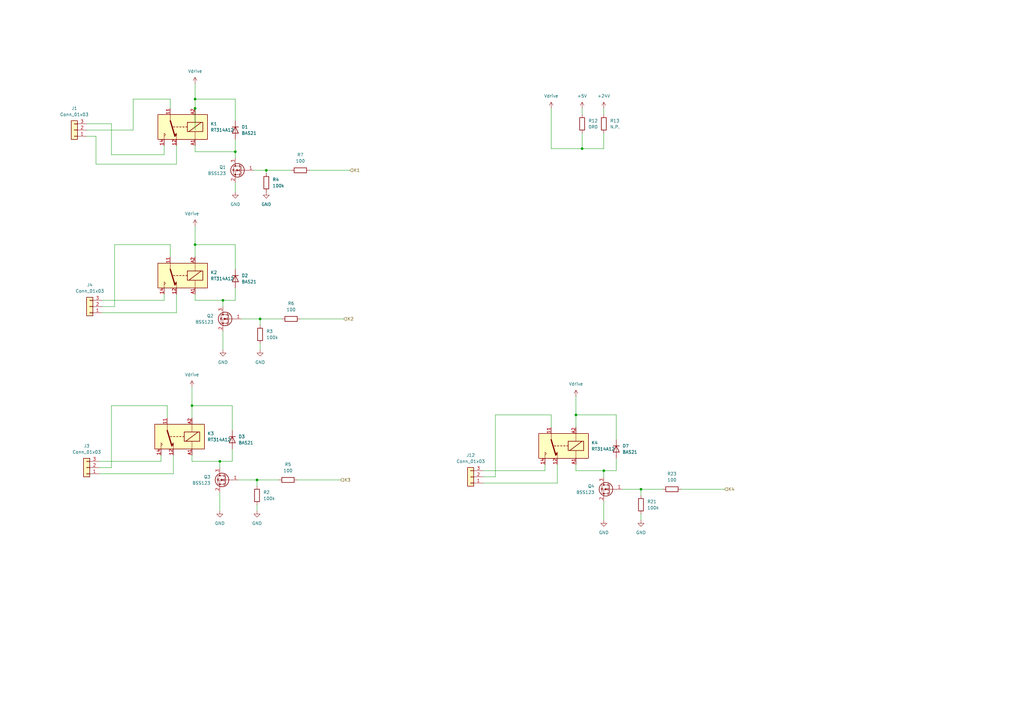
<source format=kicad_sch>
(kicad_sch (version 20230121) (generator eeschema)
  (paper "A3")
  (lib_symbols
    (symbol "Connector_Generic:Conn_01x03" (pin_names (offset 1.016) hide)
      (property "Reference" "J" (at 0 5.08 0))
      (property "Value" "Conn_01x03" (at 0 -5.08 0))
      (symbol "Conn_01x03_1_1"
        (rectangle (start -1.27 -2.413) (end 0 -2.667) (stroke (width 0.1524)))
        (rectangle (start -1.27 0.127) (end 0 -0.127) (stroke (width 0.1524)))
        (rectangle (start -1.27 2.667) (end 0 2.413) (stroke (width 0.1524)))
        (rectangle (start -1.27 3.81) (end 1.27 -3.81) (stroke (width 0.254)) (fill (type background)))
        (pin passive line (at -5.08 2.54 0) (length 3.81) (name "Pin_1") (number "1"))
        (pin passive line (at -5.08 0 0) (length 3.81) (name "Pin_2") (number "2"))
        (pin passive line (at -5.08 -2.54 0) (length 3.81) (name "Pin_3") (number "3"))
      )
    )
    (symbol "Device:R" (pin_numbers hide) (pin_names (offset 0))
      (property "Reference" "R" (at 2.032 0 90))
      (property "Value" "R" (at 0 0 90))
      (symbol "R_0_1"
        (rectangle (start -1.016 -2.54) (end 1.016 2.54) (stroke (width 0.254)))
      )
      (symbol "R_1_1"
        (pin passive line (at 0 3.81 270) (length 1.27) (name "~") (number "1"))
        (pin passive line (at 0 -3.81 90) (length 1.27) (name "~") (number "2"))
      )
    )
    (symbol "Diode:BAS21" (pin_numbers hide) (pin_names hide)
      (property "Reference" "D" (at 0 2.54 0))
      (property "Value" "BAS21" (at 0 -2.54 0))
      (symbol "BAS21_0_1"
        (polyline (pts (xy -1.27 1.27) (xy -1.27 -1.27)) (stroke (width 0.254)))
        (polyline (pts (xy 1.27 0) (xy -1.27 0)))
        (polyline (pts (xy 1.27 1.27) (xy 1.27 -1.27) (xy -1.27 0) (xy 1.27 1.27)) (stroke (width 0.254)))
      )
      (symbol "BAS21_1_1"
        (pin passive line (at 3.81 0 180) (length 2.54) (name "A") (number "1"))
        (pin no_connect line (at -1.27 0 0) (length 2.54) hide (name "NC") (number "2"))
        (pin passive line (at -3.81 0 0) (length 2.54) (name "K") (number "3"))
      )
    )
    (symbol "Relay:RT314A12"
      (property "Reference" "K" (at 11.43 3.81 0))
      (property "Value" "RT314A12" (at 11.43 1.27 0))
      (symbol "RT314A12_0_0"
        (polyline (pts (xy -2.54 1.905) (xy -7.62 -1.905)) (stroke (width 0.254)))
      )
      (symbol "RT314A12_0_1"
        (rectangle (start -10.16 5.08) (end 10.16 -5.08) (stroke (width 0.254)) (fill (type background)))
        (rectangle (start -8.255 1.905) (end -1.905 -1.905) (stroke (width 0.254)))
        (polyline (pts (xy -5.08 -5.08) (xy -5.08 -1.905)))
        (polyline (pts (xy -5.08 5.08) (xy -5.08 1.905)))
        (polyline (pts (xy -1.905 0) (xy -1.27 0)) (stroke (width 0.254)))
        (polyline (pts (xy -0.635 0) (xy 0 0)) (stroke (width 0.254)))
        (polyline (pts (xy 0.635 0) (xy 1.27 0)) (stroke (width 0.254)))
        (polyline (pts (xy 1.905 0) (xy 2.54 0)) (stroke (width 0.254)))
        (polyline (pts (xy 3.175 0) (xy 3.81 0)) (stroke (width 0.254)))
        (polyline (pts (xy 5.08 -2.54) (xy 3.175 3.81)) (stroke (width 0.508)))
        (polyline (pts (xy 5.08 -2.54) (xy 5.08 -5.08)))
        (polyline (pts (xy 2.54 5.08) (xy 2.54 2.54) (xy 3.175 3.175) (xy 2.54 3.81)) (fill (type outline)))
        (polyline (pts (xy 7.62 5.08) (xy 7.62 2.54) (xy 6.985 3.175) (xy 7.62 3.81)))
      )
      (symbol "RT314A12_1_1"
        (pin passive line (at 5.08 -7.62 90) (length 2.54) (name "~") (number "11"))
        (pin passive line (at 2.54 7.62 270) (length 2.54) (name "~") (number "12"))
        (pin passive line (at 7.62 7.62 270) (length 2.54) (name "~") (number "14"))
        (pin passive line (at -5.08 7.62 270) (length 2.54) (name "~") (number "A1"))
        (pin passive line (at -5.08 -7.62 90) (length 2.54) (name "~") (number "A2"))
      )
    )
    (symbol "Transistor_FET:BSS123" (pin_names hide)
      (property "Reference" "Q" (at 5.08 1.905 0))
      (property "Value" "BSS123" (at 5.08 0 0))
      (symbol "BSS123_0_1"
        (polyline (pts (xy 0.254 0) (xy -2.54 0)))
        (polyline (pts (xy 0.254 1.905) (xy 0.254 -1.905)) (stroke (width 0.254)))
        (polyline (pts (xy 0.762 -1.27) (xy 0.762 -2.286)) (stroke (width 0.254)))
        (polyline (pts (xy 0.762 0.508) (xy 0.762 -0.508)) (stroke (width 0.254)))
        (polyline (pts (xy 0.762 2.286) (xy 0.762 1.27)) (stroke (width 0.254)))
        (polyline (pts (xy 2.54 2.54) (xy 2.54 1.778)))
        (polyline (pts (xy 2.54 -2.54) (xy 2.54 0) (xy 0.762 0)))
        (polyline (pts (xy 0.762 -1.778) (xy 3.302 -1.778) (xy 3.302 1.778) (xy 0.762 1.778)))
        (polyline (pts (xy 1.016 0) (xy 2.032 0.381) (xy 2.032 -0.381) (xy 1.016 0)) (fill (type outline)))
        (polyline (pts (xy 2.794 0.508) (xy 2.921 0.381) (xy 3.683 0.381) (xy 3.81 0.254)))
        (polyline (pts (xy 3.302 0.381) (xy 2.921 -0.254) (xy 3.683 -0.254) (xy 3.302 0.381)))
        (circle (center 1.651 0) (radius 2.794) (stroke (width 0.254)))
        (circle (center 2.54 -1.778) (radius 0.254) (fill (type outline)))
        (circle (center 2.54 1.778) (radius 0.254) (fill (type outline)))
      )
      (symbol "BSS123_1_1"
        (pin input line (at -5.08 0 0) (length 2.54) (name "G") (number "1"))
        (pin passive line (at 2.54 -5.08 90) (length 2.54) (name "S") (number "2"))
        (pin passive line (at 2.54 5.08 270) (length 2.54) (name "D") (number "3"))
      )
    )
    (symbol "power:+24V" (power) (pin_names (offset 0))
      (property "Value" "+24V" (at 0 3.556 0))
      (symbol "+24V_0_1"
        (polyline (pts (xy -0.762 1.27) (xy 0 2.54)))
        (polyline (pts (xy 0 0) (xy 0 2.54)))
        (polyline (pts (xy 0 2.54) (xy 0.762 1.27)))
      )
      (symbol "+24V_1_1"
        (pin power_in line (at 0 0 90) (length 0) hide (name "+24V") (number "1"))
      )
    )
    (symbol "power:+5V" (power) (pin_names (offset 0))
      (property "Value" "+5V" (at 0 3.556 0))
      (symbol "+5V_0_1"
        (polyline (pts (xy -0.762 1.27) (xy 0 2.54)))
        (polyline (pts (xy 0 0) (xy 0 2.54)))
        (polyline (pts (xy 0 2.54) (xy 0.762 1.27)))
      )
      (symbol "+5V_1_1"
        (pin power_in line (at 0 0 90) (length 0) hide (name "+5V") (number "1"))
      )
    )
    (symbol "power:GND" (power) (pin_names (offset 0))
      (property "Value" "GND" (at 0 -3.81 0))
      (symbol "GND_0_1"
        (polyline (pts (xy 0 0) (xy 0 -1.27) (xy 1.27 -1.27) (xy 0 -2.54) (xy -1.27 -1.27) (xy 0 -1.27)))
      )
      (symbol "GND_1_1"
        (pin power_in line (at 0 0 270) (length 0) hide (name "GND") (number "1"))
      )
    )
    (symbol "power:Vdrive" (power) (pin_names (offset 0))
      (property "Value" "Vdrive" (at 0 3.81 0))
      (symbol "Vdrive_0_1"
        (polyline (pts (xy -0.762 1.27) (xy 0 2.54)))
        (polyline (pts (xy 0 0) (xy 0 2.54)))
        (polyline (pts (xy 0 2.54) (xy 0.762 1.27)))
      )
      (symbol "Vdrive_1_1"
        (pin power_in line (at 0 0 90) (length 0) hide (name "Vdrive") (number "1"))
      )
    )
  )
  (junction (at 80.01 100.33))
  (junction (at 96.52 62.23))
  (junction (at 80.01 44.45))
  (junction (at 106.68 130.81))
  (junction (at 80.01 40.64))
  (junction (at 262.89 200.66))
  (junction (at 78.74 166.37))
  (junction (at 236.22 170.18))
  (junction (at 109.22 69.85))
  (junction (at 247.65 193.04))
  (junction (at 90.17 189.23))
  (junction (at 105.41 196.85))
  (junction (at 238.76 60.96))
  (junction (at 91.44 123.19))
  (wire (pts (xy 45.72 166.37) (xy 45.72 191.77)))
  (wire (pts (xy 67.31 63.5) (xy 45.72 63.5)))
  (wire (pts (xy 96.52 40.64) (xy 80.01 40.64)))
  (wire (pts (xy 80.01 40.64) (xy 80.01 44.45)))
  (wire (pts (xy 69.85 100.33) (xy 46.99 100.33)))
  (wire (pts (xy 96.52 123.19) (xy 91.44 123.19)))
  (wire (pts (xy 41.91 125.73) (xy 46.99 125.73)))
  (wire (pts (xy 127 69.85) (xy 143.51 69.85)))
  (wire (pts (xy 96.52 78.74) (xy 96.52 74.93)))
  (wire (pts (xy 99.06 130.81) (xy 106.68 130.81)))
  (wire (pts (xy 96.52 49.53) (xy 96.52 40.64)))
  (wire (pts (xy 106.68 130.81) (xy 115.57 130.81)))
  (wire (pts (xy 262.89 200.66) (xy 271.78 200.66)))
  (wire (pts (xy 198.12 198.12) (xy 228.6 198.12)))
  (wire (pts (xy 95.25 166.37) (xy 78.74 166.37)))
  (wire (pts (xy 109.22 69.85) (xy 119.38 69.85)))
  (wire (pts (xy 105.41 196.85) (xy 114.3 196.85)))
  (wire (pts (xy 39.37 67.31) (xy 72.39 67.31)))
  (wire (pts (xy 255.27 200.66) (xy 262.89 200.66)))
  (wire (pts (xy 68.58 166.37) (xy 68.58 171.45)))
  (wire (pts (xy 121.92 196.85) (xy 139.7 196.85)))
  (wire (pts (xy 96.52 64.77) (xy 96.52 62.23)))
  (wire (pts (xy 90.17 201.93) (xy 90.17 209.55)))
  (wire (pts (xy 40.64 191.77) (xy 45.72 191.77)))
  (wire (pts (xy 96.52 110.49) (xy 96.52 100.33)))
  (wire (pts (xy 262.89 210.82) (xy 262.89 213.36)))
  (wire (pts (xy 96.52 118.11) (xy 96.52 123.19)))
  (wire (pts (xy 106.68 130.81) (xy 106.68 133.35)))
  (wire (pts (xy 252.73 187.96) (xy 252.73 193.04)))
  (wire (pts (xy 69.85 44.45) (xy 69.85 40.64)))
  (wire (pts (xy 95.25 176.53) (xy 95.25 166.37)))
  (wire (pts (xy 279.4 200.66) (xy 297.18 200.66)))
  (wire (pts (xy 78.74 186.69) (xy 78.74 189.23)))
  (wire (pts (xy 238.76 44.45) (xy 238.76 46.99)))
  (wire (pts (xy 80.01 34.29) (xy 80.01 40.64)))
  (wire (pts (xy 80.01 123.19) (xy 91.44 123.19)))
  (wire (pts (xy 91.44 135.89) (xy 91.44 143.51)))
  (wire (pts (xy 96.52 57.15) (xy 96.52 62.23)))
  (wire (pts (xy 91.44 123.19) (xy 91.44 125.73)))
  (wire (pts (xy 95.25 189.23) (xy 90.17 189.23)))
  (wire (pts (xy 252.73 170.18) (xy 236.22 170.18)))
  (wire (pts (xy 72.39 67.31) (xy 72.39 59.69)))
  (wire (pts (xy 96.52 100.33) (xy 80.01 100.33)))
  (wire (pts (xy 54.61 40.64) (xy 69.85 40.64)))
  (wire (pts (xy 78.74 189.23) (xy 90.17 189.23)))
  (wire (pts (xy 71.12 186.69) (xy 71.12 194.31)))
  (wire (pts (xy 105.41 196.85) (xy 105.41 199.39)))
  (wire (pts (xy 238.76 54.61) (xy 238.76 60.96)))
  (wire (pts (xy 226.06 170.18) (xy 203.2 170.18)))
  (wire (pts (xy 68.58 166.37) (xy 45.72 166.37)))
  (wire (pts (xy 198.12 193.04) (xy 223.52 193.04)))
  (wire (pts (xy 80.01 92.71) (xy 80.01 100.33)))
  (wire (pts (xy 39.37 55.88) (xy 39.37 67.31)))
  (wire (pts (xy 78.74 166.37) (xy 78.74 171.45)))
  (wire (pts (xy 247.65 193.04) (xy 247.65 195.58)))
  (wire (pts (xy 41.91 123.19) (xy 67.31 123.19)))
  (wire (pts (xy 123.19 130.81) (xy 140.97 130.81)))
  (wire (pts (xy 238.76 60.96) (xy 247.65 60.96)))
  (wire (pts (xy 109.22 69.85) (xy 109.22 71.12)))
  (wire (pts (xy 80.01 120.65) (xy 80.01 123.19)))
  (wire (pts (xy 236.22 190.5) (xy 236.22 193.04)))
  (wire (pts (xy 54.61 53.34) (xy 35.56 53.34)))
  (wire (pts (xy 105.41 207.01) (xy 105.41 209.55)))
  (wire (pts (xy 78.74 158.75) (xy 78.74 166.37)))
  (wire (pts (xy 236.22 193.04) (xy 247.65 193.04)))
  (wire (pts (xy 104.14 69.85) (xy 109.22 69.85)))
  (wire (pts (xy 236.22 162.56) (xy 236.22 170.18)))
  (wire (pts (xy 247.65 44.45) (xy 247.65 46.99)))
  (wire (pts (xy 80.01 100.33) (xy 80.01 105.41)))
  (wire (pts (xy 67.31 123.19) (xy 67.31 120.65)))
  (wire (pts (xy 45.72 50.8) (xy 35.56 50.8)))
  (wire (pts (xy 106.68 140.97) (xy 106.68 143.51)))
  (wire (pts (xy 236.22 170.18) (xy 236.22 175.26)))
  (wire (pts (xy 226.06 170.18) (xy 226.06 175.26)))
  (wire (pts (xy 45.72 63.5) (xy 45.72 50.8)))
  (wire (pts (xy 95.25 184.15) (xy 95.25 189.23)))
  (wire (pts (xy 41.91 128.27) (xy 72.39 128.27)))
  (wire (pts (xy 96.52 62.23) (xy 80.01 62.23)))
  (wire (pts (xy 40.64 189.23) (xy 66.04 189.23)))
  (wire (pts (xy 67.31 59.69) (xy 67.31 63.5)))
  (wire (pts (xy 247.65 205.74) (xy 247.65 213.36)))
  (wire (pts (xy 66.04 189.23) (xy 66.04 186.69)))
  (wire (pts (xy 72.39 120.65) (xy 72.39 128.27)))
  (wire (pts (xy 54.61 40.64) (xy 54.61 53.34)))
  (wire (pts (xy 262.89 200.66) (xy 262.89 203.2)))
  (wire (pts (xy 35.56 55.88) (xy 39.37 55.88)))
  (wire (pts (xy 80.01 62.23) (xy 80.01 59.69)))
  (wire (pts (xy 69.85 100.33) (xy 69.85 105.41)))
  (wire (pts (xy 226.06 44.45) (xy 226.06 60.96)))
  (wire (pts (xy 226.06 60.96) (xy 238.76 60.96)))
  (wire (pts (xy 247.65 54.61) (xy 247.65 60.96)))
  (wire (pts (xy 252.73 180.34) (xy 252.73 170.18)))
  (wire (pts (xy 198.12 195.58) (xy 203.2 195.58)))
  (wire (pts (xy 203.2 170.18) (xy 203.2 195.58)))
  (wire (pts (xy 80.01 44.45) (xy 80.01 53.34)))
  (wire (pts (xy 228.6 190.5) (xy 228.6 198.12)))
  (wire (pts (xy 97.79 196.85) (xy 105.41 196.85)))
  (wire (pts (xy 252.73 193.04) (xy 247.65 193.04)))
  (wire (pts (xy 90.17 189.23) (xy 90.17 191.77)))
  (wire (pts (xy 223.52 193.04) (xy 223.52 190.5)))
  (wire (pts (xy 40.64 194.31) (xy 71.12 194.31)))
  (wire (pts (xy 46.99 100.33) (xy 46.99 125.73)))
  (hierarchical_label "K3" (shape input) (at 139.7 196.85 0))
  (hierarchical_label "K2" (shape input) (at 140.97 130.81 0))
  (hierarchical_label "K4" (shape input) (at 297.18 200.66 0))
  (hierarchical_label "K1" (shape input) (at 143.51 69.85 0))
  (symbol (lib_id "Diode:BAS21") (at 95.25 180.34 270) (unit 1)
    (property "Reference" "D3" (at 97.79 179.0699 90) (effects (justify left)))
    (property "Value" "BAS21" (at 97.79 181.6099 90) (effects (justify left)))
    (property "Footprint" "Package_TO_SOT_SMD:SOT-23" (effects hide))
    (property "Datasheet" "https://www.diodes.com/assets/Datasheets/Ds12004.pdf" (effects hide))
  )
  (symbol (lib_id "power:GND") (at 91.44 143.51 0) (unit 1)
    (property "Reference" "#PWR09" (effects hide))
    (property "Value" "GND" (at 91.44 148.59 0))
  )
  (symbol (lib_id "Connector_Generic:Conn_01x03") (at 193.04 195.58 180) (unit 1)
    (property "Reference" "J12" (at 193.04 186.69 0))
    (property "Value" "Conn_01x03" (at 193.04 189.23 0))
    (property "Footprint" "Connector_Phoenix_MC_HighVoltage:PhoenixContact_MCV_1,5_3-G-5.08_1x03_P5.08mm_Vertical" (effects hide))
  )
  (symbol (lib_id "power:GND") (at 262.89 213.36 0) (unit 1)
    (property "Reference" "#PWR065" (effects hide))
    (property "Value" "GND" (at 262.89 218.44 0))
  )
  (symbol (lib_id "Relay:RT314A12") (at 74.93 52.07 180) (unit 1)
    (property "Reference" "K1" (at 86.36 50.7999 0) (effects (justify right)))
    (property "Value" "RT314A12" (at 86.36 53.3399 0) (effects (justify right)))
    (property "Footprint" "Relay_THT:Relay_SPDT_Schrack-RT1-16A-FormC_RM5mm" (effects hide))
    (property "Datasheet" "https://www.te.com/commerce/DocumentDelivery/DDEController?Action=srchrtrv&DocNm=RT1_bistable&DocType=DS&DocLang=English" (effects hide))
  )
  (symbol (lib_id "Connector_Generic:Conn_01x03") (at 30.48 53.34 180) (unit 1)
    (property "Reference" "J1" (at 30.48 44.45 0))
    (property "Value" "Conn_01x03" (at 30.48 46.99 0))
    (property "Footprint" "Connector_Phoenix_MC_HighVoltage:PhoenixContact_MCV_1,5_3-G-5.08_1x03_P5.08mm_Vertical" (effects hide))
  )
  (symbol (lib_id "power:Vdrive") (at 80.01 34.29 0) (unit 1)
    (property "Reference" "#PWR06" (effects hide))
    (property "Value" "Vdrive" (at 80.01 29.21 0))
  )
  (symbol (lib_id "Connector_Generic:Conn_01x03") (at 36.83 125.73 180) (unit 1)
    (property "Reference" "J4" (at 36.83 116.84 0))
    (property "Value" "Conn_01x03" (at 36.83 119.38 0))
    (property "Footprint" "Connector_Phoenix_MC_HighVoltage:PhoenixContact_MCV_1,5_3-G-5.08_1x03_P5.08mm_Vertical" (effects hide))
  )
  (symbol (lib_id "Diode:BAS21") (at 96.52 114.3 270) (unit 1)
    (property "Reference" "D2" (at 99.06 113.0299 90) (effects (justify left)))
    (property "Value" "BAS21" (at 99.06 115.5699 90) (effects (justify left)))
    (property "Footprint" "Package_TO_SOT_SMD:SOT-23" (effects hide))
    (property "Datasheet" "https://www.diodes.com/assets/Datasheets/Ds12004.pdf" (effects hide))
  )
  (symbol (lib_id "Transistor_FET:BSS123") (at 99.06 69.85 0) (mirror y) (unit 1)
    (property "Reference" "Q1" (at 92.71 68.5799 0) (effects (justify left)))
    (property "Value" "BSS123" (at 92.71 71.1199 0) (effects (justify left)))
    (property "Footprint" "Package_TO_SOT_SMD:SOT-23" (effects hide))
    (property "Datasheet" "http://www.diodes.com/assets/Datasheets/ds30366.pdf" (effects hide))
  )
  (symbol (lib_id "power:+5V") (at 238.76 44.45 0) (unit 1)
    (property "Reference" "#PWR061" (effects hide))
    (property "Value" "+5V" (at 238.76 39.37 0))
  )
  (symbol (lib_id "Device:R") (at 119.38 130.81 90) (unit 1)
    (property "Reference" "R6" (at 119.38 124.46 90))
    (property "Value" "100" (at 119.38 127 90))
    (property "Footprint" "Resistor_SMD:R_0603_1608Metric" (effects hide))
  )
  (symbol (lib_id "Device:R") (at 105.41 203.2 0) (unit 1)
    (property "Reference" "R2" (at 107.95 201.9299 0) (effects (justify left)))
    (property "Value" "100k" (at 107.95 204.4699 0) (effects (justify left)))
    (property "Footprint" "Resistor_SMD:R_0603_1608Metric" (effects hide))
  )
  (symbol (lib_id "Diode:BAS21") (at 252.73 184.15 270) (unit 1)
    (property "Reference" "D7" (at 255.27 182.8799 90) (effects (justify left)))
    (property "Value" "BAS21" (at 255.27 185.4199 90) (effects (justify left)))
    (property "Footprint" "Package_TO_SOT_SMD:SOT-23" (effects hide))
    (property "Datasheet" "https://www.diodes.com/assets/Datasheets/Ds12004.pdf" (effects hide))
  )
  (symbol (lib_id "Device:R") (at 109.22 74.93 0) (unit 1)
    (property "Reference" "R4" (at 111.76 73.6599 0) (effects (justify left)))
    (property "Value" "100k" (at 111.76 76.1999 0) (effects (justify left)))
    (property "Footprint" "Resistor_SMD:R_0603_1608Metric" (effects hide))
  )
  (symbol (lib_id "Device:R") (at 275.59 200.66 90) (unit 1)
    (property "Reference" "R23" (at 275.59 194.31 90))
    (property "Value" "100" (at 275.59 196.85 90))
    (property "Footprint" "Resistor_SMD:R_0603_1608Metric" (effects hide))
  )
  (symbol (lib_id "power:GND") (at 105.41 209.55 0) (unit 1)
    (property "Reference" "#PWR011" (effects hide))
    (property "Value" "GND" (at 105.41 214.63 0))
  )
  (symbol (lib_id "power:GND") (at 109.22 78.74 0) (unit 1)
    (property "Reference" "#PWR013" (effects hide))
    (property "Value" "GND" (at 109.22 83.82 0))
  )
  (symbol (lib_id "power:GND") (at 247.65 213.36 0) (unit 1)
    (property "Reference" "#PWR063" (effects hide))
    (property "Value" "GND" (at 247.65 218.44 0))
  )
  (symbol (lib_id "power:Vdrive") (at 236.22 162.56 0) (unit 1)
    (property "Reference" "#PWR043" (effects hide))
    (property "Value" "Vdrive" (at 236.22 157.48 0))
  )
  (symbol (lib_id "Device:R") (at 106.68 137.16 0) (unit 1)
    (property "Reference" "R3" (at 109.22 135.8899 0) (effects (justify left)))
    (property "Value" "100k" (at 109.22 138.4299 0) (effects (justify left)))
    (property "Footprint" "Resistor_SMD:R_0603_1608Metric" (effects hide))
  )
  (symbol (lib_id "power:GND") (at 90.17 209.55 0) (unit 1)
    (property "Reference" "#PWR08" (effects hide))
    (property "Value" "GND" (at 90.17 214.63 0))
  )
  (symbol (lib_id "Device:R") (at 118.11 196.85 90) (unit 1)
    (property "Reference" "R5" (at 118.11 190.5 90))
    (property "Value" "100" (at 118.11 193.04 90))
    (property "Footprint" "Resistor_SMD:R_0603_1608Metric" (effects hide))
  )
  (symbol (lib_id "Transistor_FET:BSS123") (at 93.98 130.81 0) (mirror y) (unit 1)
    (property "Reference" "Q2" (at 87.63 129.54 0) (effects (justify left)))
    (property "Value" "BSS123" (at 87.63 132.0799 0) (effects (justify left)))
    (property "Footprint" "Package_TO_SOT_SMD:SOT-23" (effects hide))
    (property "Datasheet" "http://www.diodes.com/assets/Datasheets/ds30366.pdf" (effects hide))
  )
  (symbol (lib_id "power:Vdrive") (at 226.06 44.45 0) (unit 1)
    (property "Reference" "#PWR042" (effects hide))
    (property "Value" "Vdrive" (at 226.06 39.37 0))
  )
  (symbol (lib_id "Relay:RT314A12") (at 74.93 113.03 180) (unit 1)
    (property "Reference" "K2" (at 86.36 111.7599 0) (effects (justify right)))
    (property "Value" "RT314A12" (at 86.36 114.2999 0) (effects (justify right)))
    (property "Footprint" "Relay_THT:Relay_SPDT_Schrack-RT1-16A-FormC_RM5mm" (effects hide))
    (property "Datasheet" "https://www.te.com/commerce/DocumentDelivery/DDEController?Action=srchrtrv&DocNm=RT1_bistable&DocType=DS&DocLang=English" (effects hide))
  )
  (symbol (lib_id "Transistor_FET:BSS123") (at 92.71 196.85 0) (mirror y) (unit 1)
    (property "Reference" "Q3" (at 86.36 195.58 0) (effects (justify left)))
    (property "Value" "BSS123" (at 86.36 198.1199 0) (effects (justify left)))
    (property "Footprint" "Package_TO_SOT_SMD:SOT-23" (effects hide))
    (property "Datasheet" "http://www.diodes.com/assets/Datasheets/ds30366.pdf" (effects hide))
  )
  (symbol (lib_id "Device:R") (at 123.19 69.85 90) (unit 1)
    (property "Reference" "R7" (at 123.19 63.5 90))
    (property "Value" "100" (at 123.19 66.04 90))
    (property "Footprint" "Resistor_SMD:R_0603_1608Metric" (effects hide))
  )
  (symbol (lib_id "power:Vdrive") (at 80.01 92.71 0) (unit 1)
    (property "Reference" "#PWR07" (effects hide))
    (property "Value" "Vdrive" (at 78.74 87.63 0))
  )
  (symbol (lib_id "power:GND") (at 96.52 78.74 0) (unit 1)
    (property "Reference" "#PWR010" (effects hide))
    (property "Value" "GND" (at 96.52 83.82 0))
  )
  (symbol (lib_id "Relay:RT314A12") (at 231.14 182.88 180) (unit 1)
    (property "Reference" "K4" (at 242.57 181.6099 0) (effects (justify right)))
    (property "Value" "RT314A12" (at 242.57 184.1499 0) (effects (justify right)))
    (property "Footprint" "Relay_THT:Relay_SPDT_Schrack-RT1-16A-FormC_RM5mm" (effects hide))
    (property "Datasheet" "https://www.te.com/commerce/DocumentDelivery/DDEController?Action=srchrtrv&DocNm=RT1_bistable&DocType=DS&DocLang=English" (effects hide))
  )
  (symbol (lib_id "power:Vdrive") (at 78.74 158.75 0) (unit 1)
    (property "Reference" "#PWR05" (effects hide))
    (property "Value" "Vdrive" (at 78.74 153.67 0))
  )
  (symbol (lib_id "Diode:BAS21") (at 96.52 53.34 270) (unit 1)
    (property "Reference" "D1" (at 99.06 52.0699 90) (effects (justify left)))
    (property "Value" "BAS21" (at 99.06 54.6099 90) (effects (justify left)))
    (property "Footprint" "Package_TO_SOT_SMD:SOT-23" (effects hide))
    (property "Datasheet" "https://www.diodes.com/assets/Datasheets/Ds12004.pdf" (effects hide))
  )
  (symbol (lib_id "Transistor_FET:BSS123") (at 250.19 200.66 0) (mirror y) (unit 1)
    (property "Reference" "Q4" (at 243.84 199.39 0) (effects (justify left)))
    (property "Value" "BSS123" (at 243.84 201.9299 0) (effects (justify left)))
    (property "Footprint" "Package_TO_SOT_SMD:SOT-23" (effects hide))
    (property "Datasheet" "http://www.diodes.com/assets/Datasheets/ds30366.pdf" (effects hide))
  )
  (symbol (lib_id "Device:R") (at 238.76 50.8 0) (unit 1)
    (property "Reference" "R12" (at 241.3 49.5299 0) (effects (justify left)))
    (property "Value" "0R0" (at 241.3 52.0699 0) (effects (justify left)))
    (property "Footprint" "Resistor_SMD:R_0603_1608Metric" (effects hide))
  )
  (symbol (lib_id "power:+24V") (at 247.65 44.45 0) (unit 1)
    (property "Reference" "#PWR062" (effects hide))
    (property "Value" "+24V" (at 247.65 39.37 0))
  )
  (symbol (lib_id "Device:R") (at 247.65 50.8 0) (unit 1)
    (property "Reference" "R13" (at 250.19 49.5299 0) (effects (justify left)))
    (property "Value" "N.P." (at 250.19 52.0699 0) (effects (justify left)))
    (property "Footprint" "Resistor_SMD:R_0603_1608Metric" (effects hide))
  )
  (symbol (lib_id "Device:R") (at 262.89 207.01 0) (unit 1)
    (property "Reference" "R21" (at 265.43 205.7399 0) (effects (justify left)))
    (property "Value" "100k" (at 265.43 208.2799 0) (effects (justify left)))
    (property "Footprint" "Resistor_SMD:R_0603_1608Metric" (effects hide))
  )
  (symbol (lib_id "power:GND") (at 106.68 143.51 0) (unit 1)
    (property "Reference" "#PWR012" (effects hide))
    (property "Value" "GND" (at 106.68 148.59 0))
  )
  (symbol (lib_id "Relay:RT314A12") (at 73.66 179.07 180) (unit 1)
    (property "Reference" "K3" (at 85.09 177.7999 0) (effects (justify right)))
    (property "Value" "RT314A12" (at 85.09 180.3399 0) (effects (justify right)))
    (property "Footprint" "Relay_THT:Relay_SPDT_Schrack-RT1-16A-FormC_RM5mm" (effects hide))
    (property "Datasheet" "https://www.te.com/commerce/DocumentDelivery/DDEController?Action=srchrtrv&DocNm=RT1_bistable&DocType=DS&DocLang=English" (effects hide))
  )
  (symbol (lib_id "Connector_Generic:Conn_01x03") (at 35.56 191.77 180) (unit 1)
    (property "Reference" "J3" (at 35.56 182.88 0))
    (property "Value" "Conn_01x03" (at 35.56 185.42 0))
    (property "Footprint" "Connector_Phoenix_MC_HighVoltage:PhoenixContact_MCV_1,5_3-G-5.08_1x03_P5.08mm_Vertical" (effects hide))
  )
)
</source>
